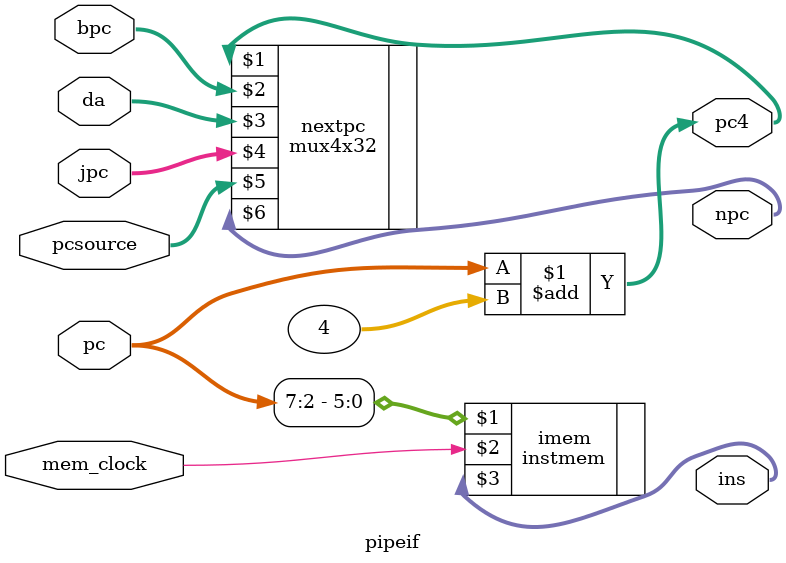
<source format=v>
module pipeif(pcsource, pc, bpc, da, jpc, npc, pc4, ins, mem_clock);
    input        mem_clock;
    input  [1:0] pcsource;
    input [31:0] pc, bpc, da, jpc;

    output [31:0] npc, pc4, ins;

    assign pc4 = pc + 32'h4;

    mux4x32 nextpc(pc4, bpc, da, jpc, pcsource, npc);
    instmem imem(pc[7:2], mem_clock, ins);
endmodule // if_stage

</source>
